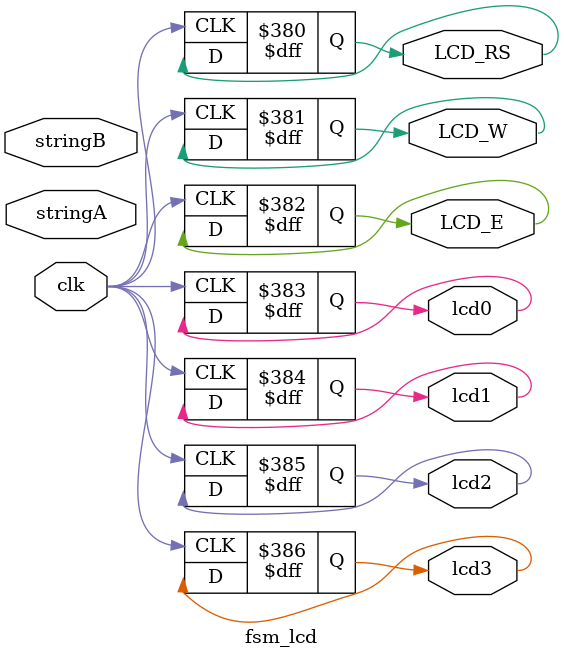
<source format=v>
`timescale 1ns / 1ps
`define EXEC_TIME 1000000000

module fsm_lcd(clk, stringA, stringB, LCD_RS, LCD_W, LCD_E,lcd0, lcd1, lcd2, lcd3);

	input [0:127] stringA;
	input [0:127] stringB;
	input clk;
	output LCD_RS, LCD_W, LCD_E, lcd0, lcd1, lcd2, lcd3;
	reg LCD_RS, LCD_W, LCD_E, lcd0, lcd1, lcd2, lcd3;

	reg [7:0] stringA_index = 0;
	reg [1:0] stringA_state = 3;
	 
	reg [7:0] stringB_index = 0;
	reg [1:0] stringB_state = 3;
	 
	reg [19:0] counter = 0;
	reg [2:0] global_state = 0;
	 
	reg [2:0] line_break_state = 7;
	 
	reg [5:0] configu [0:13];
	reg [3:0] configu_index = 0;
	 
	// Initialization code
	initial begin
		configu[0] = 6'h03;
		configu[1] = 6'h03;
		configu[2] = 6'h03;
		configu[3] = 6'h02;
		configu[4] = 6'h02;
		configu[5] = 6'h08;
		configu[6] = 6'h00;
		configu[7] = 6'h06;
		configu[8] = 6'h00;
		configu[9] = 6'h0c;
		configu[10] = 6'h00;
		configu[11] = 6'h01;
		configu[12] = 6'h08;
		configu[13] = 6'h00;
	end
	
	always @ (posedge clk) begin
	   	if (counter == `EXEC_TIME) begin
		   	counter <= 0;
			if (configu_index == 14) begin
				global_state <= 4;
				configu_index <= 0;
				stringA_state <= 0;
			end
					
			if ((global_state != 4) && (configu_index != 14)) begin
			  	case (global_state)
			    		0: begin
						LCD_E <= 0;
						global_state <= 1;
               		    		end
					
                            		1: begin
						{LCD_RS, LCD_W, lcd3, lcd2, lcd1, lcd0} <= configu[configu_index];
						global_state <= 2;
			    		end
					
			    		2: begin
						LCD_E <= 1;
						global_state <= 3;
			    		end
					
			    		3: begin
						LCD_E <= 0;
						global_state <= 1;
						configu_index <= configu_index + 1;
			    		end
			  	endcase
			end
	
			if (stringA_index == 128) begin
				stringA_state <= 3;
				stringA_index <= 0;
				line_break_state <= 0;
			end
			if ((stringA_state != 3) && (stringA_index != 128)) begin
				case (stringA_state)
					0: begin
						{LCD_RS, LCD_W, lcd3, lcd2, lcd1, lcd0} <= {2'h2,stringA[stringA_index],stringA[stringA_index+1],stringA[stringA_index+2],stringA[stringA_index+3]};
						stringA_state <= 1;
					end
						
					1: begin
						LCD_E <= 1;
						stringA_state <= 2;
					end
					
					2: begin
						LCD_E <= 0;
						stringA_state <= 0;
						stringA_index <= stringA_index+4;
					end
				endcase
			end
			
			if (line_break_state != 7) begin
				case (line_break_state)
					0: begin
						{LCD_RS, LCD_W, lcd3, lcd2, lcd1, lcd0} <= 6'h0c;
						line_break_state <= 1;
					end
						
					1: begin
						LCD_E <= 1;
						line_break_state <= 2;
					end
						
					2: begin
						LCD_E <= 0;
						line_break_state <= 3;
					end
						
					3: begin
						{LCD_RS, LCD_W, lcd3, lcd2, lcd1, lcd0} <= 6'h00;
						line_break_state <= 4;
					end
						
					4: begin
						LCD_E <= 1;
						line_break_state <= 5;
					end
						
					5: begin
						LCD_E <= 0;
						line_break_state <= 7;
						stringB_state <= 0;
					end
				endcase
			end
			
			if (stringB_index == 128) begin
				stringB_state <= 3;
				stringB_index <= 0;
			end
			if ((stringB_state != 3) && (stringB_index != 128)) begin
				case (stringB_state)
					0: begin
						{LCD_RS, LCD_W, lcd3, lcd2, lcd1, lcd0} <= {2'h2,stringB[stringB_index],stringB[stringB_index+1],stringB[stringB_index+2],stringB[stringB_index+3]};
						stringB_state <= 1;
					end
						
					1: begin
						LCD_E <= 1;
						stringB_state <= 2;
					end
					
					2: begin
						LCD_E <= 0;
						stringB_state <= 0;
						stringB_index <= stringB_index+4;
					end
				endcase
			end
		end
		else 
		begin 
		   	counter <= counter + 1;
		end
	end
endmodule



</source>
